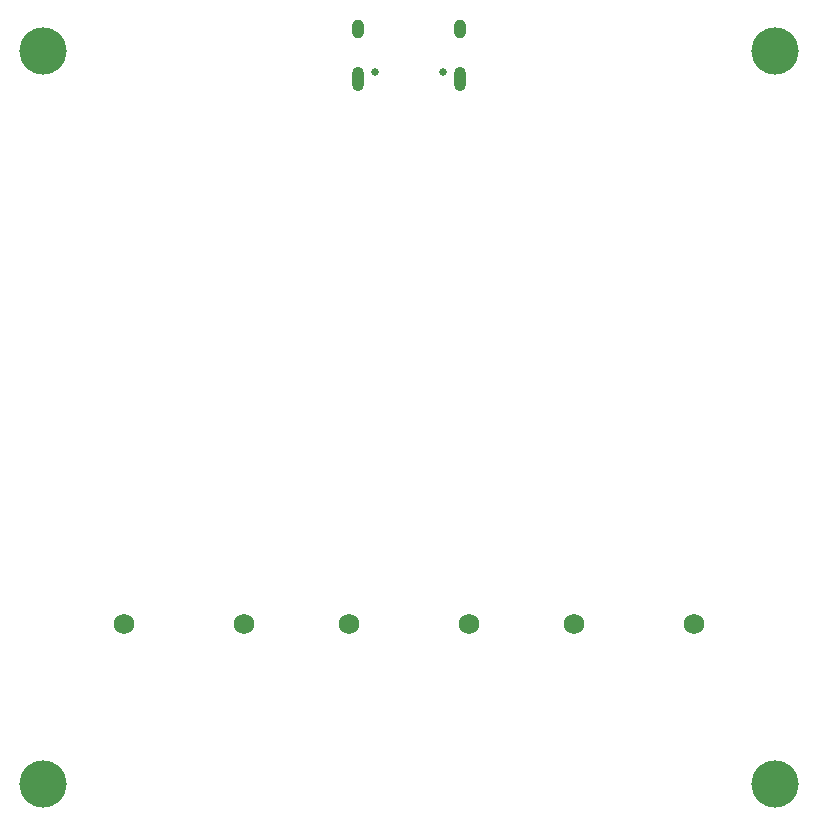
<source format=gts>
G04 #@! TF.GenerationSoftware,KiCad,Pcbnew,7.0.9*
G04 #@! TF.CreationDate,2023-11-15T15:13:26+00:00*
G04 #@! TF.ProjectId,analog,616e616c-6f67-42e6-9b69-6361645f7063,1*
G04 #@! TF.SameCoordinates,Original*
G04 #@! TF.FileFunction,Soldermask,Top*
G04 #@! TF.FilePolarity,Negative*
%FSLAX46Y46*%
G04 Gerber Fmt 4.6, Leading zero omitted, Abs format (unit mm)*
G04 Created by KiCad (PCBNEW 7.0.9) date 2023-11-15 15:13:26*
%MOMM*%
%LPD*%
G01*
G04 APERTURE LIST*
%ADD10C,1.750000*%
%ADD11C,4.000000*%
%ADD12C,0.650000*%
%ADD13O,1.000000X1.600000*%
%ADD14O,1.000000X2.100000*%
G04 APERTURE END LIST*
D10*
X64770000Y-68262500D03*
X74930000Y-68262500D03*
D11*
X19800000Y-19800000D03*
X81800000Y-19800000D03*
D10*
X45720000Y-68262500D03*
X55880000Y-68262500D03*
D11*
X19800000Y-81800000D03*
X81800000Y-81800000D03*
D10*
X26669984Y-68262500D03*
X36829984Y-68262500D03*
D12*
X47910000Y-21575000D03*
X53690000Y-21575000D03*
D13*
X46480000Y-17925000D03*
D14*
X46480000Y-22105000D03*
D13*
X55120000Y-17925000D03*
D14*
X55120000Y-22105000D03*
M02*

</source>
